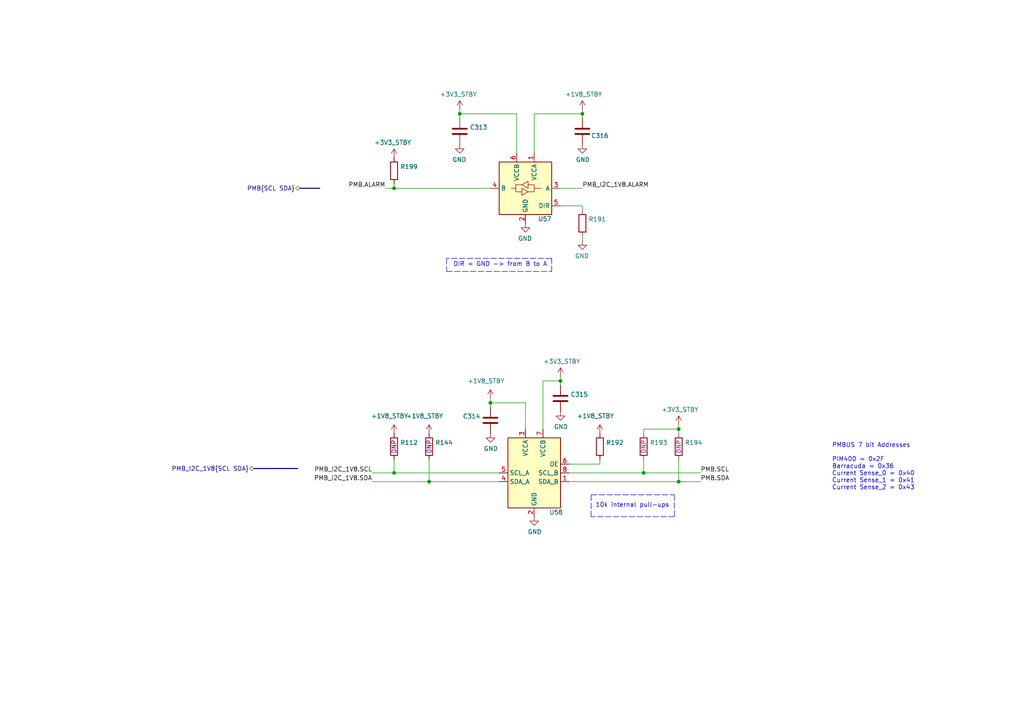
<source format=kicad_sch>
(kicad_sch (version 20211123) (generator eeschema)
  (paper "A4")
  (title_block (title "ATCA ZynqMP") (date "2020-08-20") (rev "v2.0") (company "Karlsruhe Institute of Technology (KIT) & São Paulo Research and Analysis Center (SPRACE)") (comment 1 "Luis Ardila, Oliver Sander, Luigi Calligaris, & André Cascadan"))
  (lib_symbols
    (symbol "Device:C" (pin_numbers hide) (pin_names (offset 0.254))
      (property "Reference" "C" (at 0.635 2.54 0))
      (property "Value" "C" (at 0.635 -2.54 0))
      (symbol "C_0_1"
        (polyline (pts (xy -2.032 -0.762) (xy 2.032 -0.762)) (stroke (width 0.508)))
        (polyline (pts (xy -2.032 0.762) (xy 2.032 0.762)) (stroke (width 0.508)))
      )
      (symbol "C_1_1"
        (pin passive line (at 0 3.81 270) (length 2.794) (name "~") (number "1"))
        (pin passive line (at 0 -3.81 90) (length 2.794) (name "~") (number "2"))
      )
    )
    (symbol "Device:R" (pin_numbers hide) (pin_names (offset 0))
      (property "Reference" "R" (at 2.032 0 90))
      (property "Value" "R" (at 0 0 90))
      (symbol "R_0_1"
        (rectangle (start -1.016 -2.54) (end 1.016 2.54) (stroke (width 0.254)))
      )
      (symbol "R_1_1"
        (pin passive line (at 0 3.81 270) (length 1.27) (name "~") (number "1"))
        (pin passive line (at 0 -3.81 90) (length 1.27) (name "~") (number "2"))
      )
    )
    (symbol "Interface:TCA9406DC"
      (property "Reference" "U" (at -7.62 11.43 0))
      (property "Value" "TCA9406DC" (at 5.08 11.43 0))
      (symbol "TCA9406DC_0_1"
        (rectangle (start -7.62 10.16) (end 7.62 -10.16) (stroke (width 0.254)) (fill (type background)))
      )
      (symbol "TCA9406DC_1_1"
        (pin bidirectional line (at 10.16 -2.54 180) (length 2.54) (name "SDA_B") (number "1"))
        (pin power_in line (at 0 -12.7 90) (length 2.54) (name "GND") (number "2"))
        (pin power_in line (at -2.54 12.7 270) (length 2.54) (name "VCCA") (number "3"))
        (pin bidirectional line (at -10.16 -2.54 0) (length 2.54) (name "SDA_A") (number "4"))
        (pin bidirectional line (at -10.16 0 0) (length 2.54) (name "SCL_A") (number "5"))
        (pin input line (at 10.16 2.54 180) (length 2.54) (name "OE") (number "6"))
        (pin power_in line (at 2.54 12.7 270) (length 2.54) (name "VCCB") (number "7"))
        (pin bidirectional line (at 10.16 0 180) (length 2.54) (name "SCL_B") (number "8"))
      )
    )
    (symbol "KIT_Power:+1V8_STBY" (power) (pin_names (offset 0))
      (property "Value" "+1V8_STBY" (at 0 3.556 0))
      (symbol "+1V8_STBY_0_1"
        (polyline (pts (xy -0.762 1.27) (xy 0 2.54)))
        (polyline (pts (xy 0 0) (xy 0 2.54)))
        (polyline (pts (xy 0 2.54) (xy 0.762 1.27)))
      )
      (symbol "+1V8_STBY_1_1"
        (pin power_in line (at 0 0 90) (length 0) hide (name "+1V8_STBY") (number "1"))
      )
    )
    (symbol "KIT_Power:+3V3_STBY" (power) (pin_names (offset 0))
      (property "Value" "+3V3_STBY" (at 0 3.556 0))
      (symbol "+3V3_STBY_0_1"
        (polyline (pts (xy -0.762 1.27) (xy 0 2.54)))
        (polyline (pts (xy 0 0) (xy 0 2.54)))
        (polyline (pts (xy 0 2.54) (xy 0.762 1.27)))
      )
      (symbol "+3V3_STBY_1_1"
        (pin power_in line (at 0 0 90) (length 0) hide (name "+3V3_STBY") (number "1"))
      )
    )
    (symbol "Logic_LevelTranslator:SN74LVC1T45DRL"
      (property "Reference" "U" (at -6.35 8.89 0))
      (property "Value" "SN74LVC1T45DRL" (at 3.81 8.89 0))
      (symbol "SN74LVC1T45DRL_0_1"
        (rectangle (start -7.62 7.62) (end 7.62 -7.62) (stroke (width 0.254)) (fill (type background)))
        (polyline (pts (xy -2.54 0) (xy -2.54 1.016) (xy -0.762 1.016)))
        (polyline (pts (xy 2.794 0) (xy 2.794 -1.016) (xy 1.016 -1.016)))
        (polyline (pts (xy -0.762 -1.016) (xy -2.54 -1.016) (xy -2.54 0) (xy -4.572 0)))
        (polyline (pts (xy -0.762 0) (xy -0.762 2.032) (xy 1.016 1.016) (xy -0.762 0)))
        (polyline (pts (xy 1.016 1.016) (xy 2.794 1.016) (xy 2.794 0) (xy 4.064 0)))
        (polyline (pts (xy 1.016 0) (xy 1.016 -1.778) (xy 1.016 -2.032) (xy -0.762 -1.016) (xy 1.016 0)))
      )
      (symbol "SN74LVC1T45DRL_1_1"
        (pin power_in line (at -2.54 10.16 270) (length 2.54) (name "VCCA") (number "1"))
        (pin power_in line (at 0 -10.16 90) (length 2.54) (name "GND") (number "2"))
        (pin bidirectional line (at -10.16 0 0) (length 2.54) (name "A") (number "3"))
        (pin bidirectional line (at 10.16 0 180) (length 2.54) (name "B") (number "4"))
        (pin input line (at -10.16 -5.08 0) (length 2.54) (name "DIR") (number "5"))
        (pin power_in line (at 2.54 10.16 270) (length 2.54) (name "VCCB") (number "6"))
      )
    )
    (symbol "power:GND" (power) (pin_names (offset 0))
      (property "Value" "GND" (at 0 -3.81 0))
      (symbol "GND_0_1"
        (polyline (pts (xy 0 0) (xy 0 -1.27) (xy 1.27 -1.27) (xy 0 -2.54) (xy -1.27 -1.27) (xy 0 -1.27)))
      )
      (symbol "GND_1_1"
        (pin power_in line (at 0 0 270) (length 0) hide (name "GND") (number "1"))
      )
    )
  )
  (junction (at 124.46 139.7))
  (junction (at 168.91 33.02))
  (junction (at 196.85 124.46))
  (junction (at 196.85 139.7))
  (junction (at 114.3 137.16))
  (junction (at 186.69 137.16))
  (junction (at 142.24 116.84))
  (junction (at 114.3 54.61))
  (junction (at 133.35 33.02))
  (junction (at 162.56 110.49))
  (wire (pts (xy 149.86 33.02) (xy 149.86 44.45)))
  (wire (pts (xy 133.35 33.02) (xy 133.35 31.75)))
  (wire (pts (xy 165.1 139.7) (xy 196.85 139.7)))
  (polyline (pts (xy 171.45 149.86) (xy 171.45 143.51)))
  (polyline (pts (xy 129.54 78.74) (xy 160.02 78.74)))
  (wire (pts (xy 173.99 133.35) (xy 173.99 134.62)))
  (wire (pts (xy 114.3 133.35) (xy 114.3 137.16)))
  (wire (pts (xy 114.3 137.16) (xy 107.95 137.16)))
  (wire (pts (xy 168.91 33.02) (xy 168.91 31.75)))
  (wire (pts (xy 168.91 59.69) (xy 168.91 60.96)))
  (wire (pts (xy 196.85 133.35) (xy 196.85 139.7)))
  (wire (pts (xy 154.94 33.02) (xy 168.91 33.02)))
  (polyline (pts (xy 171.45 143.51) (xy 195.58 143.51)))
  (wire (pts (xy 162.56 110.49) (xy 162.56 111.76)))
  (wire (pts (xy 111.76 54.61) (xy 114.3 54.61)))
  (wire (pts (xy 186.69 124.46) (xy 196.85 124.46)))
  (wire (pts (xy 203.2 139.7) (xy 196.85 139.7)))
  (wire (pts (xy 162.56 54.61) (xy 168.91 54.61)))
  (wire (pts (xy 162.56 109.22) (xy 162.56 110.49)))
  (wire (pts (xy 152.4 116.84) (xy 152.4 124.46)))
  (bus (pts (xy 86.995 54.61) (xy 92.71 54.61)))
  (wire (pts (xy 186.69 125.73) (xy 186.69 124.46)))
  (wire (pts (xy 162.56 110.49) (xy 157.48 110.49)))
  (wire (pts (xy 157.48 110.49) (xy 157.48 124.46)))
  (polyline (pts (xy 195.58 143.51) (xy 195.58 149.86)))
  (polyline (pts (xy 160.02 78.74) (xy 160.02 74.93)))
  (polyline (pts (xy 160.02 74.93) (xy 129.54 74.93)))
  (wire (pts (xy 133.35 33.02) (xy 149.86 33.02)))
  (wire (pts (xy 142.24 116.84) (xy 152.4 116.84)))
  (wire (pts (xy 165.1 137.16) (xy 186.69 137.16)))
  (wire (pts (xy 154.94 33.02) (xy 154.94 44.45)))
  (wire (pts (xy 133.35 34.29) (xy 133.35 33.02)))
  (wire (pts (xy 165.1 134.62) (xy 173.99 134.62)))
  (wire (pts (xy 114.3 53.34) (xy 114.3 54.61)))
  (wire (pts (xy 162.56 59.69) (xy 168.91 59.69)))
  (wire (pts (xy 114.3 54.61) (xy 142.24 54.61)))
  (wire (pts (xy 124.46 139.7) (xy 144.78 139.7)))
  (polyline (pts (xy 195.58 149.86) (xy 171.45 149.86)))
  (wire (pts (xy 142.24 118.11) (xy 142.24 116.84)))
  (wire (pts (xy 168.91 34.29) (xy 168.91 33.02)))
  (wire (pts (xy 168.91 68.58) (xy 168.91 69.85)))
  (wire (pts (xy 124.46 133.35) (xy 124.46 139.7)))
  (wire (pts (xy 144.78 137.16) (xy 114.3 137.16)))
  (wire (pts (xy 196.85 124.46) (xy 196.85 125.73)))
  (bus (pts (xy 73.66 135.89) (xy 86.36 135.89)))
  (wire (pts (xy 107.95 139.7) (xy 124.46 139.7)))
  (wire (pts (xy 186.69 133.35) (xy 186.69 137.16)))
  (wire (pts (xy 203.2 137.16) (xy 186.69 137.16)))
  (wire (pts (xy 142.24 115.57) (xy 142.24 116.84)))
  (wire (pts (xy 196.85 123.19) (xy 196.85 124.46)))
  (polyline (pts (xy 129.54 74.93) (xy 129.54 78.74)))
  (text "DIR = GND -> from B to A" (at 158.75 77.47 180) (effects (font (size 1.27 1.27)) (justify right bottom)))
  (text "10k internal pull-ups" (at 172.72 147.32 0) (effects (font (size 1.27 1.27)) (justify left bottom)))
  (text "PMBUS 7 bit Addresses\n\nPIM400 = 0x2F\nBarracuda = 0x36\nCurrent Sense_0 = 0x40\nCurrent Sense_1 = 0x41\nCurrent Sense_2 = 0x43" (at 241.3 142.24 0) (effects (font (size 1.27 1.27)) (justify left bottom)))
  (label "PMB.SDA" (at 203.2 139.7 0))
  (label "PMB.ALARM" (at 111.76 54.61 180))
  (label "PMB_I2C_1V8.SCL" (at 107.95 137.16 180))
  (label "PMB_I2C_1V8.SDA" (at 107.95 139.7 180))
  (label "PMB.SCL" (at 203.2 137.16 0))
  (label "PMB_I2C_1V8.ALARM" (at 168.91 54.61 0))
  (hierarchical_label "PMB{SCL SDA}" (shape bidirectional) (at 86.995 54.61 180))
  (hierarchical_label "PMB_I2C_1V8{SCL SDA}" (shape bidirectional) (at 73.66 135.89 180))
  (symbol (lib_id "power:GND") (at 154.94 149.86 0) (unit 1)
    (property "Reference" "#PWR?" (effects hide))
  )
  (symbol (lib_id "power:GND") (at 162.56 119.38 0) (unit 1)
    (property "Reference" "#PWR?" (effects hide))
  )
  (symbol (lib_id "KIT_Power:+1V8_STBY") (at 142.24 115.57 0) (unit 1)
    (property "Reference" "#PWR?" (effects hide))
  )
  (symbol (lib_id "power:GND") (at 142.24 125.73 0) (unit 1)
    (property "Reference" "#PWR?" (effects hide))
  )
  (symbol (lib_id "Device:R") (at 173.99 129.54 0) (mirror y) (unit 1)
    (property "Reference" "R192" (at 175.768 128.3716 0) (effects (justify right)))
    (property "tolerance" "1%" (effects hide))
    (property "stock" "AVT-IPE" (effects hide))
  )
  (symbol (lib_id "Device:C") (at 162.56 115.57 0) (mirror y) (unit 1)
    (property "Reference" "C315" (at 165.481 114.4016 0) (effects (justify right)))
    (property "voltage" "25 V" (effects hide))
    (property "stock" "AVT-IPE" (effects hide))
  )
  (symbol (lib_id "Device:C") (at 142.24 121.92 0) (unit 1)
    (property "Reference" "C314" (at 139.3444 120.7516 0) (effects (justify right)))
    (property "voltage" "25 V" (effects hide))
    (property "stock" "AVT-IPE" (effects hide))
  )
  (symbol (lib_id "Device:R") (at 114.3 129.54 0) (unit 1)
    (property "Reference" "R112" (at 116.078 128.3716 0) (effects (justify left)))
    (property "DNP" "DNP" (at 114.3 129.54 90))
    (property "stock" "AVT-IPE" (effects hide))
    (property "tolerance" "1%" (effects hide))
  )
  (symbol (lib_id "Device:R") (at 124.46 129.54 0) (unit 1)
    (property "Reference" "R144" (at 126.238 128.3716 0) (effects (justify left)))
    (property "DNP" "DNP" (at 124.46 129.54 90))
    (property "stock" "AVT-IPE" (effects hide))
    (property "tolerance" "1%" (effects hide))
  )
  (symbol (lib_id "Device:R") (at 186.69 129.54 0) (unit 1)
    (property "Reference" "R193" (at 188.468 128.3716 0) (effects (justify left)))
    (property "tolerance" "1%" (effects hide))
    (property "DNP" "DNP" (at 186.69 129.54 90))
    (property "stock" "AVT-IPE" (effects hide))
  )
  (symbol (lib_id "Device:R") (at 196.85 129.54 0) (unit 1)
    (property "Reference" "R194" (at 198.628 128.3716 0) (effects (justify left)))
    (property "tolerance" "1%" (effects hide))
    (property "DNP" "DNP" (at 196.85 129.54 90))
    (property "stock" "AVT-IPE" (effects hide))
  )
  (symbol (lib_id "KIT_Power:+1V8_STBY") (at 124.46 125.73 0) (unit 1)
    (property "Reference" "#PWR?" (effects hide))
  )
  (symbol (lib_id "KIT_Power:+1V8_STBY") (at 114.3 125.73 0) (unit 1)
    (property "Reference" "#PWR?" (effects hide))
  )
  (symbol (lib_id "KIT_Power:+3V3_STBY") (at 162.56 109.22 0) (unit 1)
    (property "Reference" "#PWR?" (effects hide))
  )
  (symbol (lib_id "KIT_Power:+3V3_STBY") (at 196.85 123.19 0) (unit 1)
    (property "Reference" "#PWR?" (effects hide))
  )
  (symbol (lib_id "Interface:TCA9406DC") (at 154.94 137.16 0) (unit 1)
    (property "Reference" "U58" (at 161.29 148.59 0))
    (property "Datasheet" "www.ti.com/lit/ds/symlink/tca9406.pdf" (effects hide))
    (property "rs#" "730-0644" (effects hide))
    (property "manf" "Texas Instruments" (effects hide))
    (property "manf#" "TCA9406DCUR" (effects hide))
  )
  (symbol (lib_id "KIT_Power:+1V8_STBY") (at 173.99 125.73 0) (unit 1)
    (property "Reference" "#PWR?" (effects hide))
  )
  (symbol (lib_id "Logic_LevelTranslator:SN74LVC1T45DRL") (at 152.4 54.61 0) (mirror y) (unit 1)
    (property "Reference" "U57" (at 160.02 63.5 0) (effects (justify left)))
    (property "Datasheet" "http://www.ti.com/lit/ds/symlink/sn74lvc1t45.pdf" (effects hide))
    (property "manf" "Texas Instruments" (effects hide))
    (property "manf#" "SN74LVC1T45DRLR" (effects hide))
    (property "digikey#" "296-20629-1-ND" (effects hide))
    (property "rs#" "662-8837" (effects hide))
  )
  (symbol (lib_id "Device:R") (at 168.91 64.77 0) (mirror y) (unit 1)
    (property "Reference" "R191" (at 170.688 63.6016 0) (effects (justify right)))
    (property "tolerance" "1%" (effects hide))
    (property "stock" "AVT-IPE" (effects hide))
  )
  (symbol (lib_id "Device:C") (at 168.91 38.1 0) (mirror y) (unit 1)
    (property "Reference" "C316" (at 173.99 39.37 0))
    (property "voltage" "25 V" (effects hide))
    (property "stock" "AVT-IPE" (effects hide))
  )
  (symbol (lib_id "Device:C") (at 133.35 38.1 0) (unit 1)
    (property "Reference" "C313" (at 136.271 36.9316 0) (effects (justify left)))
    (property "voltage" "25 V" (effects hide))
    (property "stock" "AVT-IPE" (effects hide))
  )
  (symbol (lib_id "power:GND") (at 152.4 64.77 0) (mirror y) (unit 1)
    (property "Reference" "#PWR?" (effects hide))
  )
  (symbol (lib_id "KIT_Power:+1V8_STBY") (at 168.91 31.75 0) (unit 1)
    (property "Reference" "#PWR?" (effects hide))
  )
  (symbol (lib_id "power:GND") (at 168.91 41.91 0) (unit 1)
    (property "Reference" "#PWR?" (effects hide))
  )
  (symbol (lib_id "power:GND") (at 133.35 41.91 0) (mirror y) (unit 1)
    (property "Reference" "#PWR?" (effects hide))
  )
  (symbol (lib_id "KIT_Power:+3V3_STBY") (at 133.35 31.75 0) (mirror y) (unit 1)
    (property "Reference" "#PWR?" (effects hide))
  )
  (symbol (lib_id "power:GND") (at 168.91 69.85 0) (mirror y) (unit 1)
    (property "Reference" "#PWR?" (effects hide))
  )
  (symbol (lib_id "Device:R") (at 114.3 49.53 0) (unit 1)
    (property "Reference" "R199" (at 116.078 48.3616 0) (effects (justify left)))
    (property "tolerance" "1%" (effects hide))
    (property "stock" "AVT-IPE" (effects hide))
  )
  (symbol (lib_id "KIT_Power:+3V3_STBY") (at 114.3 45.72 0) (mirror y) (unit 1)
    (property "Reference" "#PWR?" (effects hide))
  )
)
</source>
